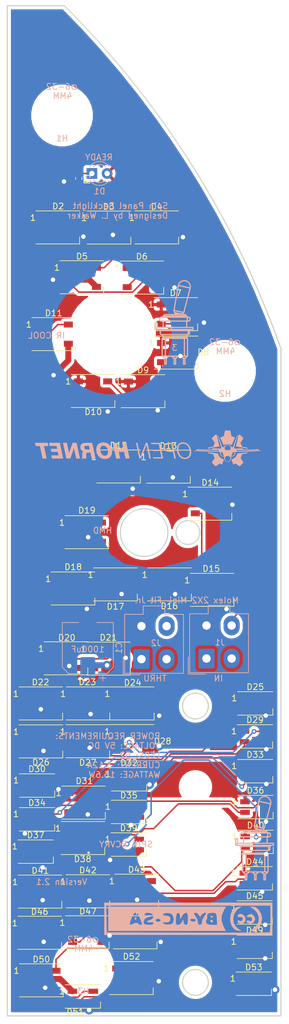
<source format=kicad_pcb>
(kicad_pcb (version 20211014) (generator pcbnew)
  (layers (0 "F.Cu" signal) (31 "B.Cu" signal) (34 "B.Paste" user) (35 "F.Paste" user) (36 "B.SilkS" user "B.Silkscreen") (37 "F.SilkS" user "F.Silkscreen") (38 "B.Mask" user) (39 "F.Mask" user) (44 "Edge.Cuts" user))
  (net 0 "")
  (net 1 "/LEDGND")
  (net 2 "/LED+5V")
  (net 3 "Net-(D1-Pad1)")
  (net 4 "Net-(D2-Pad2)")
  (net 5 "/DATAIN")
  (net 6 "Net-(D3-Pad2)")
  (net 7 "Net-(D4-Pad2)")
  (net 8 "Net-(D5-Pad2)")
  (net 9 "Net-(D6-Pad2)")
  (net 10 "Net-(D7-Pad2)")
  (net 11 "Net-(D8-Pad2)")
  (net 12 "Net-(D10-Pad4)")
  (net 13 "Net-(D10-Pad2)")
  (net 14 "Net-(D11-Pad2)")
  (net 15 "Net-(D12-Pad2)")
  (net 16 "Net-(D14-Pad2)")
  (net 17 "Net-(D15-Pad2)")
  (net 18 "Net-(D16-Pad2)")
  (net 19 "Net-(D17-Pad2)")
  (net 20 "Net-(D18-Pad2)")
  (net 21 "Net-(D19-Pad2)")
  (net 22 "Net-(D20-Pad2)")
  (net 23 "Net-(D21-Pad2)")
  (net 24 "Net-(D22-Pad2)")
  (net 25 "Net-(D23-Pad2)")
  (net 26 "Net-(D24-Pad2)")
  (net 27 "Net-(D26-Pad2)")
  (net 28 "Net-(D27-Pad2)")
  (net 29 "Net-(D28-Pad2)")
  (net 30 "Net-(D29-Pad2)")
  (net 31 "Net-(D30-Pad2)")
  (net 32 "Net-(D31-Pad2)")
  (net 33 "Net-(D32-Pad2)")
  (net 34 "Net-(D33-Pad2)")
  (net 35 "Net-(D34-Pad2)")
  (net 36 "Net-(D35-Pad2)")
  (net 37 "Net-(D36-Pad2)")
  (net 38 "/DATAOUT")
  (net 39 "Net-(D38-Pad2)")
  (net 40 "Net-(D39-Pad2)")
  (net 41 "Net-(D40-Pad2)")
  (net 42 "Net-(D41-Pad2)")
  (net 43 "Net-(D42-Pad2)")
  (net 44 "Net-(D43-Pad2)")
  (net 45 "Net-(D44-Pad2)")
  (net 46 "Net-(D45-Pad2)")
  (net 47 "Net-(D46-Pad2)")
  (net 48 "Net-(D47-Pad2)")
  (net 49 "Net-(D48-Pad2)")
  (net 50 "Net-(D50-Pad2)")
  (net 51 "Net-(D51-Pad2)")
  (net 52 "Net-(D52-Pad2)")
  (net 53 "Net-(D53-Pad2)")
  (net 54 "Net-(D13-Pad2)")
  (net 55 "Net-(D25-Pad2)")
  (net 56 "Net-(D37-Pad2)")
  (net 57 "Net-(D49-Pad2)")
  (footprint "LED_SMD:LED_WS2812B_PLCC4_5.0x5.0mm_P3.2mm" (layer "F.Cu") (at 239.051 30.4798)
    (fp_text reference "D2")
    (fp_text value "WS2812B")
  )
  (footprint "LED_SMD:LED_WS2812B_PLCC4_5.0x5.0mm_P3.2mm" (layer "F.Cu") (at 247.611 30.5056)
    (fp_text reference "D3")
    (fp_text value "WS2812B")
  )
  (footprint "LED_SMD:LED_WS2812B_PLCC4_5.0x5.0mm_P3.2mm" (layer "F.Cu") (at 255.589 30.4802)
    (fp_text reference "D4")
    (fp_text value "WS2812B")
  )
  (footprint "LED_SMD:LED_WS2812B_PLCC4_5.0x5.0mm_P3.2mm" (layer "F.Cu") (at 243.066 38.7856)
    (fp_text reference "D5")
    (fp_text value "WS2812B")
  )
  (footprint "LED_SMD:LED_WS2812B_PLCC4_5.0x5.0mm_P3.2mm" (layer "F.Cu") (at 253.099 38.8368)
    (fp_text reference "D6")
    (fp_text value "WS2812B")
  )
  (footprint "LED_SMD:LED_WS2812B_PLCC4_5.0x5.0mm_P3.2mm" (layer "F.Cu") (at 258.775 44.9326)
    (fp_text reference "D7")
    (fp_text value "WS2812B")
  )
  (footprint "LED_SMD:LED_WS2812B_PLCC4_5.0x5.0mm_P3.2mm" (layer "F.Cu") (at 258.838 51.3336)
    (fp_text reference "D8")
    (fp_text value "WS2812B")
  )
  (footprint "LED_SMD:LED_WS2812B_PLCC4_5.0x5.0mm_P3.2mm" (layer "F.Cu") (at 253.303 57.7598)
    (fp_text reference "D9")
    (fp_text value "WS2812B")
  )
  (footprint "LED_SMD:LED_WS2812B_PLCC4_5.0x5.0mm_P3.2mm" (layer "F.Cu") (at 244.944 57.734)
    (fp_text reference "D10")
    (fp_text value "WS2812B")
  )
  (footprint "LED_SMD:LED_WS2812B_PLCC4_5.0x5.0mm_P3.2mm" (layer "F.Cu") (at 238.367 48.2598)
    (fp_text reference "D11")
    (fp_text value "WS2812B")
  )
  (footprint "LED_SMD:LED_WS2812B_PLCC4_5.0x5.0mm_P3.2mm" (layer "F.Cu") (at 249.213 70.307)
    (fp_text reference "D12")
    (fp_text value "WS2812B")
  )
  (footprint "LED_SMD:LED_WS2812B_PLCC4_5.0x5.0mm_P3.2mm" (layer "F.Cu") (at 257.544 70.3324)
    (fp_text reference "D13")
    (fp_text value "WS2812B")
  )
  (footprint "LED_SMD:LED_WS2812B_PLCC4_5.0x5.0mm_P3.2mm" (layer "F.Cu") (at 264.479 76.5046)
    (fp_text reference "D14")
    (fp_text value "WS2812B")
  )
  (footprint "LED_SMD:LED_WS2812B_PLCC4_5.0x5.0mm_P3.2mm" (layer "F.Cu") (at 264.834 90.8556)
    (fp_text reference "D15")
    (fp_text value "WS2812B")
  )
  (footprint "LED_SMD:LED_WS2812B_PLCC4_5.0x5.0mm_P3.2mm" (layer "F.Cu") (at 257.73 89.95)
    (fp_text reference "D16")
    (fp_text value "WS2812B")
  )
  (footprint "LED_SMD:LED_WS2812B_PLCC4_5.0x5.0mm_P3.2mm" (layer "F.Cu") (at 248.69 89.95)
    (fp_text reference "D17")
    (fp_text value "WS2812B")
  )
  (footprint "LED_SMD:LED_WS2812B_PLCC4_5.0x5.0mm_P3.2mm" (layer "F.Cu") (at 241.593 90.627)
    (fp_text reference "D18")
    (fp_text value "WS2812B")
  )
  (footprint "LED_SMD:LED_WS2812B_PLCC4_5.0x5.0mm_P3.2mm" (layer "F.Cu") (at 243.902 81.2544)
    (fp_text reference "D19")
    (fp_text value "WS2812B")
  )
  (footprint "LED_SMD:LED_WS2812B_PLCC4_5.0x5.0mm_P3.2mm" (layer "F.Cu") (at 240.425 102.26)
    (fp_text reference "D20")
    (fp_text value "WS2812B")
  )
  (footprint "LED_SMD:LED_WS2812B_PLCC4_5.0x5.0mm_P3.2mm" (layer "F.Cu") (at 247.511 102.311)
    (fp_text reference "D21")
    (fp_text value "WS2812B")
  )
  (footprint "LED_SMD:LED_WS2812B_PLCC4_5.0x5.0mm_P3.2mm" (layer "F.Cu") (at 236.208 109.779)
    (fp_text reference "D22")
    (fp_text value "WS2812B")
  )
  (footprint "LED_SMD:LED_WS2812B_PLCC4_5.0x5.0mm_P3.2mm" (layer "F.Cu") (at 244.094 109.779)
    (fp_text reference "D23")
    (fp_text value "WS2812B")
  )
  (footprint "LED_SMD:LED_WS2812B_PLCC4_5.0x5.0mm_P3.2mm" (layer "F.Cu") (at 251.499 109.779)
    (fp_text reference "D24")
    (fp_text value "WS2812B")
  )
  (footprint "OH_Backlighting:LED_WS2812B_MINI_PLCC4_3.5x3.5mm_P1.75mm" (layer "F.Cu") (at 272.05 109.775)
    (fp_text reference "D25")
    (fp_text value "WS2812B")
  )
  (footprint "LED_SMD:LED_WS2812B_PLCC4_5.0x5.0mm_P3.2mm" (layer "F.Cu") (at 236.234 116.103)
    (fp_text reference "D26")
    (fp_text value "WS2812B")
  )
  (footprint "LED_SMD:LED_WS2812B_PLCC4_5.0x5.0mm_P3.2mm" (layer "F.Cu") (at 244.057 116.078)
    (fp_text reference "D27")
    (fp_text value "WS2812B")
  )
  (footprint "LED_SMD:LED_WS2812B_PLCC4_5.0x5.0mm_P3.2mm" (layer "F.Cu") (at 251.474 116.053)
    (fp_text reference "D28")
    (fp_text value "WS2812B")
  )
  (footprint "OH_Backlighting:LED_WS2812B_MINI_PLCC4_3.5x3.5mm_P1.75mm" (layer "F.Cu") (at 272.006 115.277)
    (fp_text reference "D29")
    (fp_text value "WS2812B")
  )
  (footprint "OH_Backlighting:LED_WS2812B_MINI_PLCC4_3.5x3.5mm_P1.75mm" (layer "F.Cu") (at 235.588 123.455)
    (fp_text reference "D30")
    (fp_text value "WS2812B")
  )
  (footprint "LED_SMD:LED_WS2812B_PLCC4_5.0x5.0mm_P3.2mm" (layer "F.Cu") (at 243.35 126.3)
    (fp_text reference "D31")
    (fp_text value "WS2812B")
  )
  (footprint "OH_Backlighting:LED_WS2812B_MINI_PLCC4_3.5x3.5mm_P1.75mm" (layer "F.Cu") (at 250.955 122.414)
    (fp_text reference "D32")
    (fp_text value "WS2812B")
  )
  (footprint "OH_Backlighting:LED_WS2812B_MINI_PLCC4_3.5x3.5mm_P1.75mm" (layer "F.Cu") (at 272.037 121.068)
    (fp_text reference "D33")
    (fp_text value "WS2812B")
  )
  (footprint "OH_Backlighting:LED_WS2812B_MINI_PLCC4_3.5x3.5mm_P1.75mm" (layer "F.Cu") (at 235.573 129.083)
    (fp_text reference "D34")
    (fp_text value "WS2812B")
  )
  (footprint "OH_Backlighting:LED_WS2812B_MINI_PLCC4_3.5x3.5mm_P1.75mm" (layer "F.Cu") (at 250.929 127.85)
    (fp_text reference "D35")
    (fp_text value "WS2812B")
  )
  (footprint "OH_Backlighting:LED_WS2812B_MINI_PLCC4_3.5x3.5mm_P1.75mm" (layer "F.Cu") (at 272.087 127.037)
    (fp_text reference "D36")
    (fp_text value "WS2812B")
  )
  (footprint "OH_Backlighting:LED_WS2812B_MINI_PLCC4_3.5x3.5mm_P1.75mm" (layer "F.Cu") (at 235.368 134.467)
    (fp_text reference "D37")
    (fp_text value "WS2812B")
  )
  (footprint "Resistor_SMD:R_0603_1608Metric" (layer "F.Cu") (at 242.545 22.3266 -90)
    (fp_text reference "R1")
    (fp_text value "R")
  )
  (footprint "LED_SMD:LED_WS2812B_PLCC4_5.0x5.0mm_P3.2mm" (layer "F.Cu") (at 243.25 132.2)
    (fp_text reference "D38")
    (fp_text value "WS2812B")
  )
  (footprint "OH_Backlighting:LED_WS2812B_MINI_PLCC4_3.5x3.5mm_P1.75mm" (layer "F.Cu") (at 250.904 133.285)
    (fp_text reference "D39")
    (fp_text value "WS2812B")
  )
  (footprint "OH_Backlighting:LED_WS2812B_MINI_PLCC4_3.5x3.5mm_P1.75mm" (layer "F.Cu") (at 272.11 132.842)
    (fp_text reference "D40")
    (fp_text value "WS2812B")
  )
  (footprint "LED_SMD:LED_WS2812B_PLCC4_5.0x5.0mm_P3.2mm" (layer "F.Cu") (at 236.081 141.122)
    (fp_text reference "D41")
    (fp_text value "WS2812B")
  )
  (footprint "LED_SMD:LED_WS2812B_PLCC4_5.0x5.0mm_P3.2mm" (layer "F.Cu") (at 244.08 141.071)
    (fp_text reference "D42")
    (fp_text value "WS2812B")
  )
  (footprint "LED_SMD:LED_WS2812B_PLCC4_5.0x5.0mm_P3.2mm" (layer "F.Cu") (at 252.247 140.97)
    (fp_text reference "D43")
    (fp_text value "WS2812B")
  )
  (footprint "OH_Backlighting:LED_WS2812B_MINI_PLCC4_3.5x3.5mm_P1.75mm" (layer "F.Cu") (at 271.972 138.912)
    (fp_text reference "D44")
    (fp_text value "WS2812B")
  )
  (footprint "OH_Backlighting:LED_WS2812B_MINI_PLCC4_3.5x3.5mm_P1.75mm" (layer "F.Cu") (at 271.958 144.602)
    (fp_text reference "D45")
    (fp_text value "WS2812B")
  )
  (footprint "LED_SMD:LED_WS2812B_PLCC4_5.0x5.0mm_P3.2mm" (layer "F.Cu") (at 236.028 147.981)
    (fp_text reference "D46")
    (fp_text value "WS2812B")
  )
  (footprint "LED_SMD:LED_WS2812B_PLCC4_5.0x5.0mm_P3.2mm" (layer "F.Cu") (at 243.981 147.904)
    (fp_text reference "D47")
    (fp_text value "WS2812B")
  )
  (footprint "LED_SMD:LED_WS2812B_PLCC4_5.0x5.0mm_P3.2mm" (layer "F.Cu") (at 251.982 147.904)
    (fp_text reference "D48")
    (fp_text value "WS2812B")
  )
  (footprint "OH_Backlighting:LED_WS2812B_MINI_PLCC4_3.5x3.5mm_P1.75mm" (layer "F.Cu") (at 271.946 150.317)
    (fp_text reference "D49")
    (fp_text value "WS2812B")
  )
  (footprint "LED_SMD:LED_WS2812B_PLCC4_5.0x5.0mm_P3.2mm" (layer "F.Cu") (at 236.308 155.905)
    (fp_text reference "D50")
    (fp_text value "WS2812B")
  )
  (footprint "OH_Backlighting:LED_WS2812B_MINI_PLCC4_3.5x3.5mm_P1.75mm" (layer "F.Cu") (at 243.244 158.597)
    (fp_text reference "D51")
    (fp_text value "WS2812B")
  )
  (footprint "LED_SMD:LED_WS2812B_PLCC4_5.0x5.0mm_P3.2mm" (layer "F.Cu") (at 251.347 155.524)
    (fp_text reference "D52")
    (fp_text value "WS2812B")
  )
  (footprint "OH_Backlighting:LED_WS2812B_MINI_PLCC4_3.5x3.5mm_P1.75mm" (layer "F.Cu") (at 271.808 156.475)
    (fp_text reference "D53")
    (fp_text value "WS2812B")
  )
  (footprint "Kicad Footprint Files:100SpxToggle" (layer "F.Cu") (at 259.131 47.6504)
    (fp_text reference "G1" hide)
    (fp_text value "LOGO" hide)
  )
  (footprint "OH_Backlighting:100SPX_Toggle_13mm_x_18mm" (layer "F.Cu") (at 262.053623 133.215091 180)
    (fp_text reference "REF**" hide)
    (fp_text value "100SPX_Toggle_13mm_x_18mm" hide)
  )
  (footprint "OH_Backlighting:100SPX_Toggle_13mm_x_18mm" (layer "F.Cu") (at 248.083623 48.284936 180)
    (fp_text reference "REF**" hide)
    (fp_text value "100SPX_Toggle_13mm_x_18mm" hide)
  )
  (footprint "OH_Backlighting:OH_Panel_6-32_PHS" (layer "F.Cu") (at 239.765123 11.835936)
    (fp_text reference "REF**" hide)
    (fp_text value "OH_Panel_Fastner_Keepout" hide)
  )
  (footprint "OH_Backlighting:OH_Panel_6-32_PHS" (layer "F.Cu") (at 267.006623 54.380936)
    (fp_text reference "REF**" hide)
    (fp_text value "OH_Panel_Fastner_Keepout" hide)
  )
  (footprint "OH_Backlighting:OH_Panel_6-32_PHS" (layer "F.Cu") (at 243.321123 153.885436)
    (fp_text reference "REF**" hide)
    (fp_text value "OH_Panel_Fastner_Keepout" hide)
  )
  (footprint "OH_Backlighting:100SP1_Toggle_Silkscreen" (layer "F.Cu") (at 272.575 133.575)
    (fp_text reference "G***" hide)
    (fp_text value "100SP1 Toggle" hide)
  )
  (footprint "Capacitor_SMD:CP_Elec_8x10" (layer "B.Cu") (at 244.069 100.559 90)
    (fp_text reference "C1")
    (fp_text value "C_Polarized")
  )
  (footprint "LED_THT:LED_D3.0mm" (layer "B.Cu") (at 244.754 21.5)
    (fp_text reference "D1")
    (fp_text value "LED")
  )
  (footprint "OH_Backlighting:Molex_Mini-Fit_Jr_5566-04A_2x02_P4.20mm_Vertical" (layer "B.Cu") (at 263.9 102.3)
    (fp_text reference "J1")
    (fp_text value "Conn_01x04_Female")
  )
  (footprint "OH_Backlighting:Molex_Mini-Fit_Jr_5566-04A_2x02_P4.20mm_Vertical" (layer "B.Cu") (at 253.035 102.4)
    (fp_text reference "J2")
    (fp_text value "Conn_01x04_Female")
  )
  (footprint "OH_General:CC-BY-NC-SA-Small" (layer "B.Cu") (at 260.95 145.65 180)
    (fp_text reference "G***" hide)
    (fp_text value "LOGO" hide)
  )
  (footprint "OH_General:OH_LOGO_37.7mm_5.9mm" (layer "B.Cu") (at 254.1 67.3 180)
    (fp_text reference "G***" hide)
    (fp_text value "LOGO" hide)
  )
  (gr_circle (center 253.481123 81.304936) (end 257.449873 81.304936) (layer "Edge.Cuts") (width 0.2) (fill none))
  (gr_arc (start 240.146123 -6.452064) (mid 261.454647 20.089288) (end 276.341123 50.697937) (layer "Edge.Cuts") (width 0.2))
  (gr_line (start 230.621123 -6.452064) (end 230.621123 161.822936) (layer "Edge.Cuts") (width 0.2))
  (gr_circle (center 260.78224 81.304936) (end 262.766615 81.304936) (layer "Edge.Cuts") (width 0.2) (fill none))
  (gr_circle (center 262.053623 156.24019) (end 264.206273 156.24019) (layer "Edge.Cuts") (width 0.2) (fill none))
  (gr_line (start 240.146123 -6.452064) (end 230.621123 -6.452064) (layer "Edge.Cuts") (width 0.2))
  (gr_circle (center 262.053623 110.215391) (end 264.206273 110.215391) (layer "Edge.Cuts") (width 0.2) (fill none))
  (gr_line (start 230.621123 161.822936) (end 276.341123 161.822936) (layer "Edge.Cuts") (width 0.2))
  (gr_line (start 276.341123 161.822936) (end 276.341123 50.697936) (layer "Edge.Cuts") (width 0.2))
  (gr_text "3" (at 258.572 50.5206) (layer "B.SilkS") (effects (font (size 1 1)) (justify mirror)))
  (gr_text "HMD" (at 246.5324 80.9752) (layer "B.SilkS") (effects (font (size 1 1)) (justify mirror)))
  (gr_text "THRU" (at 255.3 105.6) (layer "B.SilkS") (effects (font (size 1 1)) (justify mirror)))
  (gr_text "READY" (at 245.9228 18.8) (layer "B.SilkS") (effects (font (size 1 1)) (justify mirror)))
  (gr_text "Version 2.1" (at 239.675 139.5) (layer "B.SilkS") (effects (font (size 1 1)) (justify mirror)))
  (gr_text "SPIN RCVRY" (at 250.444 133.2484) (layer "B.SilkS") (effects (font (size 1 1)) (justify mirror)))
  (gr_text "POWER REQUIREMENTS:\nVOLTAGE: 5V DC\nLEDS: 52\nCURRENT: 3.12A\nWATTAGE: 15.6W" (at 256.286 118.4402) (layer "B.SilkS") (effects (font (size 1 1)) (justify left mirror)))
  (gr_text "Molex 2X2 Mini-Fit Jr." (at 260.6 92.6) (layer "B.SilkS") (effects (font (size 1 1)) (justify mirror)))
  (gr_text "1000uF" (at 244.0686 100.7618) (layer "B.SilkS") (effects (font (size 1 1)) (justify mirror)))
  (gr_text "IN" (at 265.9 105.6) (layer "B.SilkS") (effects (font (size 1 1)) (justify mirror)))
  (gr_text "Spin Panel Backlight\nDesigned by L. Walker" (at 257.575 27.7) (layer "B.SilkS") (effects (font (size 1 1)) (justify left mirror)))
  (gr_text "IR COOL" (at 237.1852 48.4886) (layer "B.SilkS") (effects (font (size 1 1)) (justify mirror)))
  (segment (start 273.837 129.463) (end 273.837 129.463) (width 1) (layer "F.Cu") (net 1))
  (segment (start 273.9 123.2) (end 273.787 123.087) (width 1) (layer "F.Cu") (net 1))
  (segment (start 273.9 117.4) (end 273.756 117.256) (width 1) (layer "F.Cu") (net 1))
  (segment (start 273.8 111.8) (end 273.8 111.8) (width 1) (layer "F.Cu") (net 1))
  (segment (start 233.55 131.45) (end 233.55 131.45) (width 1) (layer "F.Cu") (net 1))
  (segment (start 244.2 134.631738) (end 244.2 134.631738) (width 1) (layer "F.Cu") (net 1))
  (segment (start 273.2 141.15) (end 273.2 141.15) (width 1) (layer "F.Cu") (net 1))
  (segment (start 273.7 146.65) (end 273.708 146.642) (width 1) (layer "F.Cu") (net 1))
  (segment (start 273.696 152.246) (end 273.696 152.246) (width 1) (layer "F.Cu") (net 1))
  (segment (start 273.86 134.89) (end 273.86 134.99) (width 1) (layer "F.Cu") (net 1))
  (segment (start 254.389 123.289) (end 254.389 123.289) (width 1) (layer "F.Cu") (net 1))
  (segment (start 247.4 61.15) (end 247.394 61.144) (width 1) (layer "F.Cu") (net 1))
  (segment (start 255.75 60.95) (end 255.753 60.947) (width 1) (layer "F.Cu") (net 1))
  (segment (start 247.8 135.85) (end 247.8 135.85) (width 1) (layer "F.Cu") (net 1))
  (segment (start 251.275 130.025) (end 251.15 130.15) (width 1) (layer "F.Cu") (net 1))
  (segment (start 258.55 40.5) (end 258.4868 40.4368) (width 1) (layer "F.Cu") (net 1))
  (segment (start 238.35 55.1) (end 238.35 55.1) (width 1) (layer "F.Cu") (net 1))
  (segment (start 238.25 39.2) (end 238.264401 39.185599) (width 1) (layer "F.Cu") (net 1))
  (segment (start 259.55 51.9) (end 259.6 51.9) (width 1) (layer "F.Cu") (net 1))
  (segment (start 247.7 148.45) (end 247.7 148.45) (width 1) (layer "F.Cu") (net 1))
  (segment (start 236.22 110.744) (end 236.22 110.744) (width 0.75) (layer "F.Cu") (net 1))
  (segment (start 249.72 91.55) (end 249.72 91.55) (width 1) (layer "F.Cu") (net 1))
  (segment (start 258.66 91.57) (end 258.68 91.55) (width 1) (layer "F.Cu") (net 1))
  (segment (start 244.9279 111.5448) (end 245.0937 111.379) (width 1) (layer "F.Cu") (net 1))
  (segment (start 238.658 111.379) (end 238.379 111.379) (width 0.75) (layer "F.Cu") (net 1))
  (segment (start 273.696 151.192) (end 273.696 152.246) (width 1) (layer "F.Cu") (net 1))
  (segment (start 275.1732 157.4649) (end 275.0583 157.35) (width 1) (layer "F.Cu") (net 1))
  (segment (start 245.031738 133.8) (end 244.2 134.631738) (width 1) (layer "F.Cu") (net 1))
  (segment (start 246.53 142.671) (end 245.0797 142.671) (width 1) (layer "F.Cu") (net 1))
  (segment (start 273.837 127.912) (end 273.837 129.463) (width 1) (layer "F.Cu") (net 1))
  (segment (start 244.2861 160.855) (end 244.2861 160.1799) (width 1) (layer "F.Cu") (net 1))
  (segment (start 245.0309 142.6222) (end 245.0797 142.671) (width 1) (layer "F.Cu") (net 1))
  (segment (start 251.15 135.85) (end 247.8 135.85) (width 1) (layer "F.Cu") (net 1))
  (segment (start 240.817 52.633) (end 238.35 55.1) (width 1) (layer "F.Cu") (net 1))
  (segment (start 245.7 133.8) (end 245.031738 133.8) (width 1) (layer "F.Cu") (net 1))
  (segment (start 273.86 133.717) (end 273.86 134.89) (width 1) (layer "F.Cu") (net 1))
  (segment (start 273.722 140.628) (end 273.2 141.15) (width 1) (layer "F.Cu") (net 1))
  (segment (start 273.558 157.35) (end 275.0583 157.35) (width 1) (layer "F.Cu") (net 1))
  (segment (start 236.7044 149.4861) (end 236.7993 149.581) (width 1) (layer "F.Cu") (net 1))
  (segment (start 253.797 157.124) (end 254.8493 157.124) (width 1) (layer "F.Cu") (net 1))
  (segment (start 261.288 52.9336) (end 260.6336 52.9336) (width 1) (layer "F.Cu") (net 1))
  (segment (start 236.308002 129.958) (end 234.816002 131.45) (width 1) (layer "F.Cu") (net 1))
  (segment (start 240.0878 22.8304) (end 242.2613 22.8304) (width 1) (layer "F.Cu") (net 1))
  (segment (start 244.5412 117.1625) (end 245.0567 117.678) (width 1) (layer "F.Cu") (net 1))
  (segment (start 248.2616 31.7168) (end 248.6107 32.0659) (width 1) (layer "F.Cu") (net 1))
  (segment (start 256.0035 111.8143) (end 255.8346 111.8143) (width 1) (layer "F.Cu") (net 1))
  (segment (start 238.684 117.703) (end 237.2337 117.703) (width 1) (layer "F.Cu") (net 1))
  (segment (start 236.855 111.379) (end 236.22 110.744) (width 0.75) (layer "F.Cu") (net 1))
  (segment (start 236.7993 149.581) (end 238.478 149.581) (width 1) (layer "F.Cu") (net 1))
  (segment (start 267.2442 94.0528) (end 267.284 94.013) (width 1) (layer "F.Cu") (net 1))
  (segment (start 237.2125 117.6818) (end 237.2337 117.703) (width 1) (layer "F.Cu") (net 1))
  (segment (start 242.875 103.86) (end 241.4247 103.86) (width 1) (layer "F.Cu") (net 1))
  (segment (start 260.18 91.55) (end 258.66 91.57) (width 1) (layer "F.Cu") (net 1))
  (segment (start 273.708 145.477) (end 273.7 146.65) (width 1) (layer "F.Cu") (net 1))
  (segment (start 246.431 149.504) (end 246.646 149.504) (width 1) (layer "F.Cu") (net 1))
  (segment (start 236.5268 142.5531) (end 236.9118 142.5531) (width 1) (layer "F.Cu") (net 1))
  (segment (start 252.306 142.4771) (end 253.1538 142.4771) (width 1) (layer "F.Cu") (net 1))
  (segment (start 252.679 128.725) (end 252.575 128.725) (width 1) (layer "F.Cu") (net 1))
  (segment (start 251.14 91.55) (end 249.72 91.55) (width 1) (layer "F.Cu") (net 1))
  (segment (start 247.394 59.334) (end 247.4 61.15) (width 1) (layer "F.Cu") (net 1))
  (segment (start 237.3219 157.505) (end 236.9458 157.1289) (width 1) (layer "F.Cu") (net 1))
  (segment (start 253.1538 142.4771) (end 253.2467 142.57) (width 1) (layer "F.Cu") (net 1))
  (segment (start 243.331 32.0172) (end 243.0139 32.0172) (width 1) (layer "F.Cu") (net 1))
  (segment (start 259.994 71.9324) (end 258.5437 71.9324) (width 1) (layer "F.Cu") (net 1))
  (segment (start 273.722 139.787) (end 273.722 140.628) (width 1) (layer "F.Cu") (net 1))
  (segment (start 237.118 136.4941) (end 236.5214 137.0907) (width 1) (layer "F.Cu") (net 1))
  (segment (start 275.3445 157.4649) (end 275.1732 157.4649) (width 1) (layer "F.Cu") (net 1))
  (segment (start 244.1272 82.0828) (end 244.1301 82.0828) (width 1) (layer "F.Cu") (net 1))
  (segment (start 236.9118 142.5531) (end 237.0807 142.722) (width 1) (layer "F.Cu") (net 1))
  (segment (start 241.501 32.0798) (end 242.9513 32.0798) (width 1) (layer "F.Cu") (net 1))
  (segment (start 244.2861 160.1799) (end 244.994 159.472) (width 1) (layer "F.Cu") (net 1))
  (segment (start 256.245 149.5016) (end 255.8847 149.5016) (width 1) (layer "F.Cu") (net 1))
  (segment (start 255.8847 149.5016) (end 255.8823 149.504) (width 1) (layer "F.Cu") (net 1))
  (segment (start 242.2613 22.8304) (end 242.545 23.1141) (width 1) (layer "F.Cu") (net 1))
  (segment (start 252.84 134.16) (end 251.15 135.85) (width 1) (layer "F.Cu") (net 1))
  (segment (start 244.315999 39.185599) (end 239.185599 39.185599) (width 1) (layer "F.Cu") (net 1))
  (segment (start 251.663 71.907) (end 251.663 73.9109) (width 1) (layer "F.Cu") (net 1))
  (segment (start 255.549 40.4368) (end 258.55 40.5) (width 1) (layer "F.Cu") (net 1))
  (segment (start 237.338 124.33) (end 238.8383 124.33) (width 1) (layer "F.Cu") (net 1))
  (segment (start 268.3793 76.8105) (end 268.3793 78.1046) (width 1) (layer "F.Cu") (net 1))
  (segment (start 237.323 129.958) (end 236.308002 129.958) (width 1) (layer "F.Cu") (net 1))
  (segment (start 244.5374 111.5448) (end 244.9279 111.5448) (width 1) (layer "F.Cu") (net 1))
  (segment (start 238.758 157.505) (end 237.3219 157.505) (width 1) (layer "F.Cu") (net 1))
  (segment (start 234.816002 131.45) (end 233.55 131.45) (width 1) (layer "F.Cu") (net 1))
  (segment (start 252.654 134.16) (end 252.84 134.16) (width 1) (layer "F.Cu") (net 1))
  (segment (start 246.646 149.504) (end 247.7 148.45) (width 1) (layer "F.Cu") (net 1))
  (segment (start 254.697 142.57) (end 253.2467 142.57) (width 1) (layer "F.Cu") (net 1))
  (segment (start 250.061 32.1056) (end 248.6107 32.1056) (width 1) (layer "F.Cu") (net 1))
  (segment (start 250.3985 102.1812) (end 250.3985 103.4735) (width 1) (layer "F.Cu") (net 1))
  (segment (start 266.929 78.1046) (end 268.3793 78.1046) (width 1) (layer "F.Cu") (net 1))
  (segment (start 241.0963 103.5316) (end 241.4247 103.86) (width 1) (layer "F.Cu") (net 1))
  (segment (start 258.039 32.0802) (end 259.4893 32.0802) (width 1) (layer "F.Cu") (net 1))
  (segment (start 260.6336 52.9336) (end 259.55 51.9) (width 1) (layer "F.Cu") (net 1))
  (segment (start 267.284 94.013) (end 267.284 92.4556) (width 1) (layer "F.Cu") (net 1))
  (segment (start 243.0139 32.0172) (end 242.9513 32.0798) (width 1) (layer "F.Cu") (net 1))
  (segment (start 243.9145 92.3555) (end 244.043 92.227) (width 1) (layer "F.Cu") (net 1))
  (segment (start 239.1622 124.0711) (end 239.0972 124.0711) (width 1) (layer "F.Cu") (net 1))
  (segment (start 254.8493 157.124) (end 255.9275 156.0458) (width 1) (layer "F.Cu") (net 1))
  (segment (start 254.432 149.504) (end 255.8823 149.504) (width 1) (layer "F.Cu") (net 1))
  (segment (start 259.9618 32.1029) (end 259.512 32.1029) (width 1) (layer "F.Cu") (net 1))
  (segment (start 259.512 32.1029) (end 259.4893 32.0802) (width 1) (layer "F.Cu") (net 1))
  (segment (start 238.531 142.722) (end 237.0807 142.722) (width 1) (layer "F.Cu") (net 1))
  (segment (start 248.6107 32.0659) (end 248.6107 32.1056) (width 1) (layer "F.Cu") (net 1))
  (segment (start 255.753 59.3598) (end 255.75 60.95) (width 1) (layer "F.Cu") (net 1))
  (segment (start 250.3985 103.4735) (end 249.961 103.911) (width 1) (layer "F.Cu") (net 1))
  (segment (start 236.6617 117.6818) (end 237.2125 117.6818) (width 1) (layer "F.Cu") (net 1))
  (segment (start 258.3566 72.1195) (end 258.5437 71.9324) (width 1) (layer "F.Cu") (net 1))
  (segment (start 273.756 116.152) (end 273.9 117.4) (width 1) (layer "F.Cu") (net 1))
  (segment (start 252.705 123.289) (end 254.389 123.289) (width 1) (layer "F.Cu") (net 1))
  (segment (start 244.1301 82.0828) (end 244.9017 82.8544) (width 1) (layer "F.Cu") (net 1))
  (segment (start 245.8 127.9) (end 244.4425 127.9) (width 1) (layer "F.Cu") (net 1))
  (segment (start 243.9145 94.0211) (end 243.9145 92.3555) (width 1) (layer "F.Cu") (net 1))
  (segment (start 239.0972 124.0711) (end 238.8383 124.33) (width 1) (layer "F.Cu") (net 1))
  (segment (start 246.507 117.678) (end 245.0567 117.678) (width 1) (layer "F.Cu") (net 1))
  (segment (start 255.8346 111.8143) (end 255.3993 111.379) (width 1) (layer "F.Cu") (net 1))
  (segment (start 246.352 82.8544) (end 244.9017 82.8544) (width 1) (layer "F.Cu") (net 1))
  (segment (start 253.924 117.653) (end 255.2028 117.653) (width 1) (layer "F.Cu") (net 1))
  (segment (start 244.3762 117.1625) (end 244.5412 117.1625) (width 1) (layer "F.Cu") (net 1))
  (segment (start 238.379 111.379) (end 238.252 111.252) (width 0.75) (layer "F.Cu") (net 1))
  (segment (start 268.2335 76.6647) (end 268.3793 76.8105) (width 1) (layer "F.Cu") (net 1))
  (segment (start 237.118 135.342) (end 237.118 136.4941) (width 1) (layer "F.Cu") (net 1))
  (segment (start 273.8 110.65) (end 273.8 111.8) (width 1) (layer "F.Cu") (net 1))
  (segment (start 273.787 121.943) (end 273.9 123.2) (width 1) (layer "F.Cu") (net 1))
  (segment (start 245.516 40.3856) (end 244.315999 39.185599) (width 1) (layer "F.Cu") (net 1))
  (segment (start 238.658 111.379) (end 236.855 111.379) (width 0.75) (layer "F.Cu") (net 1))
  (segment (start 244.3265 142.6222) (end 245.0309 142.6222) (width 1) (layer "F.Cu") (net 1))
  (segment (start 263.2746 46.5326) (end 263.4682 46.339) (width 1) (layer "F.Cu") (net 1))
  (segment (start 240.817 49.8598) (end 240.817 52.633) (width 1) (layer "F.Cu") (net 1))
  (segment (start 252.575 128.725) (end 251.275 130.025) (width 1) (layer "F.Cu") (net 1))
  (segment (start 244.4425 127.9) (end 244.0675 128.275) (width 1) (layer "F.Cu") (net 1))
  (segment (start 246.544 111.379) (end 245.0937 111.379) (width 1) (layer "F.Cu") (net 1))
  (segment (start 253.949 111.379) (end 255.3993 111.379) (width 1) (layer "F.Cu") (net 1))
  (segment (start 240.9684 103.5316) (end 241.0963 103.5316) (width 1) (layer "F.Cu") (net 1))
  (segment (start 258.276 72.1195) (end 258.3566 72.1195) (width 1) (layer "F.Cu") (net 1))
  (segment (start 255.2028 117.653) (end 255.991 116.8648) (width 1) (layer "F.Cu") (net 1))
  (segment (start 251.663 73.9109) (end 251.5679 74.006) (width 1) (layer "F.Cu") (net 1))
  (segment (start 261.225 46.5326) (end 263.2746 46.5326) (width 1) (layer "F.Cu") (net 1))
  (segment (start 239.185599 39.185599) (end 238.25 39.2) (width 1) (layer "F.Cu") (net 1))
  (via (at 273.9 117.4) (size 1.5) (drill 0.75) (layers "F.Cu" "B.Cu") (net 1))
  (via (at 255.9275 156.0458) (size 1.5) (drill 0.75) (layers "F.Cu" "B.Cu") (net 1))
  (via (at 244.3762 117.1625) (size 1.5) (drill 0.75) (layers "F.Cu" "B.Cu") (net 1))
  (via (at 256.245 149.5016) (size 1.5) (drill 0.75) (layers "F.Cu" "B.Cu") (net 1))
  (via (at 273.8 111.8) (size 1.5) (drill 0.75) (layers "F.Cu" "B.Cu") (net 1))
  (via (at 275.3445 157.4649) (size 1.5) (drill 0.75) (layers "F.Cu" "B.Cu") (net 1))
  (via (at 243.9145 94.0211) (size 1.5) (drill 0.75) (layers "F.Cu" "B.Cu") (net 1))
  (via (at 259.55 51.9) (size 1.5) (drill 0.75) (layers "F.Cu" "B.Cu") (net 1))
  (via (at 249.72 91.55) (size 1.5) (drill 0.75) (layers "F.Cu" "B.Cu") (net 1))
  (via (at 267.2442 94.0528) (size 1.5) (drill 0.75) (layers "F.Cu" "B.Cu") (net 1))
  (via (at 273.2 141.15) (size 1.5) (drill 0.75) (layers "F.Cu" "B.Cu") (net 1))
  (via (at 255.75 60.95) (size 1.5) (drill 0.75) (layers "F.Cu" "B.Cu") (net 1))
  (via (at 254.389 123.289) (size 1.5) (drill 0.75) (layers "F.Cu" "B.Cu") (net 1))
  (via (at 268.2335 76.6647) (size 1.5) (drill 0.75) (layers "F.Cu" "B.Cu") (net 1))
  (via (at 236.7044 149.4861) (size 1.5) (drill 0.75) (layers "F.Cu" "B.Cu") (net 1))
  (via (at 244.2 134.631738) (size 0.8) (drill 0.4) (layers "F.Cu" "B.Cu") (net 1))
  (via (at 247.4 61.15) (size 1.5) (drill 0.75) (layers "F.Cu" "B.Cu") (net 1))
  (via (at 259.9618 32.1029) (size 1.5) (drill 0.75) (layers "F.Cu" "B.Cu") (net 1))
  (via (at 251.275 130.025) (size 1.5) (drill 0.75) (layers "F.Cu" "B.Cu") (net 1))
  (via (at 238.25 39.2) (size 1.5) (drill 0.75) (layers "F.Cu" "B.Cu") (net 1))
  (via (at 258.276 72.1195) (size 1.5) (drill 0.75) (layers "F.Cu" "B.Cu") (net 1))
  (via (at 243.331 32.0172) (size 1.5) (drill 0.75) (layers "F.Cu" "B.Cu") (net 1))
  (via (at 238.35 55.1) (size 1.5) (drill 0.75) (layers "F.Cu" "B.Cu") (net 1))
  (via (at 251.5679 74.006) (size 1.5) (drill 0.75) (layers "F.Cu" "B.Cu") (net 1))
  (via (at 273.696 152.246) (size 1.5) (drill 0.75) (layers "F.Cu" "B.Cu") (net 1))
  (via (at 244.0675 128.275) (size 1.5) (drill 0.75) (layers "F.Cu" "B.Cu") (net 1))
  (via (at 240.0878 22.8304) (size 1.5) (drill 0.75) (layers "F.Cu" "B.Cu") (net 1))
  (via (at 258.55 40.5) (size 1.5) (drill 0.75) (layers "F.Cu" "B.Cu") (net 1))
  (via (at 239.1622 124.0711) (size 1.5) (drill 0.75) (layers "F.Cu" "B.Cu") (net 1))
  (via (at 236.6617 117.6818) (size 1.5) (drill 0.75) (layers "F.Cu" "B.Cu") (net 1))
  (via (at 252.306 142.4771) (size 1.5) (drill 0.75) (layers "F.Cu" "B.Cu") (net 1))
  (via (at 273.86 134.89) (size 1.5) (drill 0.75) (layers "F.Cu" "B.Cu") (net 1))
  (via (at 236.9458 157.1289) (size 1.5) (drill 0.75) (layers "F.Cu" "B.Cu") (net 1))
  (via (at 244.2861 160.855) (size 1.5) (drill 0.75) (layers "F.Cu" "B.Cu") (net 1))
  (via (at 250.3985 102.1812) (size 1.5) (drill 0.75) (layers "F.Cu" "B.Cu") (net 1))
  (via (at 244.1272 82.0828) (size 1.5) (drill 0.75) (layers "F.Cu" "B.Cu") (net 1))
  (via (at 236.5268 142.5531) (size 1.5) (drill 0.75) (layers "F.Cu" "B.Cu") (net 1))
  (via (at 273.9 123.2) (size 1.5) (drill 0.75) (layers "F.Cu" "B.Cu") (net 1))
  (via (at 263.4682 46.339) (size 1.5) (drill 0.75) (layers "F.Cu" "B.Cu") (net 1))
  (via (at 244.3265 142.6222) (size 1.5) (drill 0.75) (layers "F.Cu" "B.Cu") (net 1))
  (via (at 244.5374 111.5448) (size 1.5) (drill 0.75) (layers "F.Cu" "B.Cu") (net 1))
  (via (at 248.2616 31.7168) (size 1.5) (drill 0.75) (layers "F.Cu" "B.Cu") (net 1))
  (via (at 273.7 146.65) (size 1.5) (drill 0.75) (layers "F.Cu" "B.Cu") (net 1))
  (via (at 240.9684 103.5316) (size 1.5) (drill 0.75) (layers "F.Cu" "B.Cu") (net 1))
  (via (at 255.991 116.8648) (size 1.5) (drill 0.75) (layers "F.Cu" "B.Cu") (net 1))
  (via (at 256.0035 111.8143) (size 1.5) (drill 0.75) (layers "F.Cu" "B.Cu") (net 1))
  (via (at 247.7 148.45) (size 1.5) (drill 0.75) (layers "F.Cu" "B.Cu") (net 1))
  (via (at 273.837 129.463) (size 1.5) (drill 0.75) (layers "F.Cu" "B.Cu") (net 1))
  (via (at 236.22 110.744) (size 1.5) (drill 0.75) (layers "F.Cu" "B.Cu") (net 1))
  (via (at 236.5214 137.0907) (size 1.5) (drill 0.75) (layers "F.Cu" "B.Cu") (net 1))
  (via (at 247.8 135.85) (size 1.5) (drill 0.75) (layers "F.Cu" "B.Cu") (net 1))
  (via (at 258.66 91.57) (size 1.5) (drill 0.75) (layers "F.Cu" "B.Cu") (net 1))
  (via (at 233.55 131.45) (size 1.5) (drill 0.75) (layers "F.Cu" "B.Cu") (net 1))
  (segment (start 249.453 126.975) (end 251.46 124.968) (width 1) (layer "F.Cu") (net 2))
  (segment (start 253.139 28.8802) (end 253.0698 28.8802) (width 1) (layer "F.Cu") (net 2))
  (segment (start 233.618 133.592) (end 234.378038 133.592) (width 0.75) (layer "F.Cu") (net 2))
  (segment (start 238.653112 136.54999) (end 235.681102 139.522) (width 0.25) (layer "F.Cu") (net 2))
  (segment (start 243.448488 136.54999) (end 238.653112 136.54999) (width 0.25) (layer "F.Cu") (net 2))
  (segment (start 241.494 157.722) (end 239.450899 155.678899) (width 1) (layer "F.Cu") (net 2))
  (segment (start 245.373477 134.625001) (end 243.448488 136.54999) (width 0.25) (layer "F.Cu") (net 2))
  (segment (start 240.36699 131.03301) (end 240.8 130.6) (width 0.75) (layer "F.Cu") (net 2))
  (segment (start 252.11611 152.23389) (end 266.69189 152.23389) (width 1) (layer "F.Cu") (net 2))
  (segment (start 235.231899 155.678899) (end 233.858 154.305) (width 1) (layer "F.Cu") (net 2))
  (segment (start 239.450899 155.678899) (end 235.231899 155.678899) (width 1) (layer "F.Cu") (net 2))
  (segment (start 266.69189 152.23389) (end 270.058 155.6) (width 1) (layer "F.Cu") (net 2))
  (segment (start 250.426 153.924) (end 252.11611 152.23389) (width 1) (layer "F.Cu") (net 2))
  (segment (start 236.937028 131.03301) (end 240.36699 131.03301) (width 0.75) (layer "F.Cu") (net 2))
  (segment (start 249.154 132.41) (end 246.938999 134.625001) (width 0.25) (layer "F.Cu") (net 2))
  (segment (start 249.179 126.975) (end 249.453 126.975) (width 1) (layer "F.Cu") (net 2))
  (segment (start 235.681102 139.522) (end 233.631 139.522) (width 0.25) (layer "F.Cu") (net 2))
  (segment (start 234.378038 133.592) (end 236.937028 131.03301) (width 0.75) (layer "F.Cu") (net 2))
  (segment (start 248.897 153.924) (end 250.426 153.924) (width 1) (layer "F.Cu") (net 2))
  (segment (start 246.938999 134.625001) (end 245.373477 134.625001) (width 0.25) (layer "F.Cu") (net 2))
  (via (at 247.286 103.4228) (size 1.5) (drill 0.75) (layers "F.Cu" "B.Cu") (net 2))
  (segment (start 244.4552 103.4228) (end 244.069 103.809) (width 1) (layer "B.Cu") (net 2))
  (segment (start 247.286 103.4228) (end 244.4552 103.4228) (width 1) (layer "B.Cu") (net 2))
  (segment (start 242.5841 21.5) (end 242.545 21.5391) (width 0.25) (layer "F.Cu") (net 3))
  (segment (start 244.754 21.5) (end 242.5841 21.5) (width 0.25) (layer "F.Cu") (net 3))
  (segment (start 245.907801 30.942199) (end 237.738601 30.942199) (width 0.25) (layer "F.Cu") (net 4))
  (segment (start 250.061 28.9056) (end 247.9444 28.9056) (width 0.25) (layer "F.Cu") (net 4))
  (segment (start 237.738601 30.942199) (end 236.601 32.0798) (width 0.25) (layer "F.Cu") (net 4))
  (segment (start 247.9444 28.9056) (end 245.907801 30.942199) (width 0.25) (layer "F.Cu") (net 4))
  (segment (start 273.954801 89.945199) (end 273.954801 50.454801) (width 0.25) (layer "F.Cu") (net 5))
  (segment (start 241.501 28.8798) (end 242.4202 28.8798) (width 0.25) (layer "F.Cu") (net 5))
  (segment (start 268.1 95.8) (end 273.954801 89.945199) (width 0.25) (layer "F.Cu") (net 5))
  (segment (start 267 43.5) (end 267 35.85) (width 0.25) (layer "F.Cu") (net 5))
  (segment (start 268.1 96.8) (end 268.1 95.8) (width 0.25) (layer "F.Cu") (net 5))
  (segment (start 267 35.85) (end 260.7 29.55) (width 0.25) (layer "F.Cu") (net 5))
  (segment (start 242.4202 28.8798) (end 244.7 26.6) (width 0.25) (layer "F.Cu") (net 5))
  (segment (start 273.954801 50.454801) (end 267 43.5) (width 0.25) (layer "F.Cu") (net 5))
  (segment (start 259.35 26.6) (end 244.7 26.6) (width 0.25) (layer "F.Cu") (net 5))
  (segment (start 260.7 29.55) (end 260.7 27.95) (width 0.25) (layer "F.Cu") (net 5))
  (segment (start 260.7 27.95) (end 259.35 26.6) (width 0.25) (layer "F.Cu") (net 5))
  (segment (start 248.656797 29.730601) (end 257.188599 29.730601) (width 0.25) (layer "F.Cu") (net 6))
  (segment (start 245.161 32.1056) (end 246.281798 32.1056) (width 0.25) (layer "F.Cu") (net 6))
  (segment (start 246.281798 32.1056) (end 248.656797 29.730601) (width 0.25) (layer "F.Cu") (net 6))
  (segment (start 257.188599 29.730601) (end 258.039 28.8802) (width 0.25) (layer "F.Cu") (net 6))
  (segment (start 251.921402 32.0802) (end 253.139 32.0802) (width 0.25) (layer "F.Cu") (net 7))
  (segment (start 245.516 37.1856) (end 246.816002 37.1856) (width 0.25) (layer "F.Cu") (net 7))
  (segment (start 246.816002 37.1856) (end 251.921402 32.0802) (width 0.25) (layer "F.Cu") (net 7))
  (segment (start 255.549 37.2368) (end 255.549 37.274) (width 0.25) (layer "F.Cu") (net 8))
  (segment (start 241.6913 40.3856) (end 240.616 40.3856) (width 0.25) (layer "F.Cu") (net 8))
  (segment (start 255.549 37.274) (end 251.5608 41.2622) (width 0.25) (layer "F.Cu") (net 8))
  (segment (start 251.5608 41.2622) (end 242.5679 41.2622) (width 0.25) (layer "F.Cu") (net 8))
  (segment (start 242.5679 41.2622) (end 241.6913 40.3856) (width 0.25) (layer "F.Cu") (net 8))
  (segment (start 250.649 40.3962) (end 250.649 40.4368) (width 0.25) (layer "F.Cu") (net 9))
  (segment (start 261.225 43.3326) (end 261.225 41.1963) (width 0.25) (layer "F.Cu") (net 9))
  (segment (start 254.6338 36.4114) (end 250.649 40.3962) (width 0.25) (layer "F.Cu") (net 9))
  (segment (start 256.4401 36.4114) (end 254.6338 36.4114) (width 0.25) (layer "F.Cu") (net 9))
  (segment (start 261.225 41.1963) (end 256.4401 36.4114) (width 0.25) (layer "F.Cu") (net 9))
  (segment (start 258.087 46.5326) (end 261.288 49.7336) (width 0.25) (layer "F.Cu") (net 10))
  (segment (start 256.325 46.5326) (end 258.087 46.5326) (width 0.25) (layer "F.Cu") (net 10))
  (segment (start 256.388 52.9336) (end 256.388 55.5248) (width 0.25) (layer "F.Cu") (net 11))
  (segment (start 256.388 55.5248) (end 255.753 56.1598) (width 0.25) (layer "F.Cu") (net 11))
  (segment (start 247.6272 56.134) (end 250.853 59.3598) (width 0.25) (layer "F.Cu") (net 12))
  (segment (start 247.394 56.134) (end 247.6272 56.134) (width 0.25) (layer "F.Cu") (net 12))
  (segment (start 236.992001 56.464589) (end 236.992001 48.742001) (width 0.25) (layer "F.Cu") (net 13))
  (segment (start 239.861412 59.334) (end 236.992001 56.464589) (width 0.25) (layer "F.Cu") (net 13))
  (segment (start 242.494 59.334) (end 239.861412 59.334) (width 0.25) (layer "F.Cu") (net 13))
  (segment (start 236.992001 48.742001) (end 239.074202 46.6598) (width 0.25) (layer "F.Cu") (net 13))
  (segment (start 239.074202 46.6598) (end 240.817 46.6598) (width 0.25) (layer "F.Cu") (net 13))
  (segment (start 248.843 68.707) (end 251.663 68.707) (width 0.25) (layer "F.Cu") (net 14))
  (segment (start 235.917 56.025998) (end 248.598002 68.707) (width 0.25) (layer "F.Cu") (net 14))
  (segment (start 235.917 49.8598) (end 235.917 56.025998) (width 0.25) (layer "F.Cu") (net 14))
  (segment (start 248.598002 68.707) (end 248.843 68.707) (width 0.25) (layer "F.Cu") (net 14))
  (segment (start 250.1876 69.5577) (end 258.0934 69.5577) (width 0.25) (layer "F.Cu") (net 15))
  (segment (start 258.0934 69.5577) (end 258.9187 68.7324) (width 0.25) (layer "F.Cu") (net 15))
  (segment (start 247.8383 71.907) (end 250.1876 69.5577) (width 0.25) (layer "F.Cu") (net 15))
  (segment (start 246.763 71.907) (end 247.8383 71.907) (width 0.25) (layer "F.Cu") (net 15))
  (segment (start 259.994 68.7324) (end 258.9187 68.7324) (width 0.25) (layer "F.Cu") (net 15))
  (segment (start 263.1043 78.1046) (end 263.1043 86.1512) (width 0.25) (layer "F.Cu") (net 16))
  (segment (start 262.029 78.1046) (end 263.1043 78.1046) (width 0.25) (layer "F.Cu") (net 16))
  (segment (start 267.284 89.2556) (end 266.2087 89.2556) (width 0.25) (layer "F.Cu") (net 16))
  (segment (start 263.1043 86.1512) (end 266.2087 89.2556) (width 0.25) (layer "F.Cu") (net 16))
  (segment (start 260.18 89.1) (end 262.384 91.304) (width 0.25) (layer "F.Cu") (net 17))
  (segment (start 260.18 88.35) (end 260.18 89.1) (width 0.25) (layer "F.Cu") (net 17))
  (segment (start 262.384 91.304) (end 262.384 92.4556) (width 0.25) (layer "F.Cu") (net 17))
  (segment (start 252.08 88.35) (end 255.28 91.55) (width 0.25) (layer "F.Cu") (net 18))
  (segment (start 251.14 88.35) (end 252.08 88.35) (width 0.25) (layer "F.Cu") (net 18))
  (segment (start 244.043 89.027) (end 244.043 89.353) (width 0.25) (layer "F.Cu") (net 19))
  (segment (start 244.043 89.353) (end 246.24 91.55) (width 0.25) (layer "F.Cu") (net 19))
  (segment (start 240.2183 82.348) (end 242.0866 80.4797) (width 0.25) (layer "F.Cu") (net 20))
  (segment (start 246.352 79.6544) (end 245.2767 79.6544) (width 0.25) (layer "F.Cu") (net 20))
  (segment (start 242.0866 80.4797) (end 244.4514 80.4797) (width 0.25) (layer "F.Cu") (net 20))
  (segment (start 239.143 91.3936) (end 240.2183 90.3183) (width 0.25) (layer "F.Cu") (net 20))
  (segment (start 240.2183 90.3183) (end 240.2183 82.348) (width 0.25) (layer "F.Cu") (net 20))
  (segment (start 244.4514 80.4797) (end 245.2767 79.6544) (width 0.25) (layer "F.Cu") (net 20))
  (segment (start 239.143 92.227) (end 239.143 91.3936) (width 0.25) (layer "F.Cu") (net 20))
  (segment (start 241.452 99.237) (end 242.875 100.66) (width 0.25) (layer "F.Cu") (net 21))
  (segment (start 241.452 82.8544) (end 241.452 99.237) (width 0.25) (layer "F.Cu") (net 21))
  (segment (start 248.961 100.711) (end 247.324201 102.347799) (width 0.25) (layer "F.Cu") (net 22))
  (segment (start 247.324201 102.347799) (end 240.562501 102.347799) (width 0.25) (layer "F.Cu") (net 22))
  (segment (start 239.0503 103.86) (end 237.975 103.86) (width 0.25) (layer "F.Cu") (net 22))
  (segment (start 240.562501 102.347799) (end 239.0503 103.86) (width 0.25) (layer "F.Cu") (net 22))
  (segment (start 249.961 100.711) (end 248.961 100.711) (width 0.25) (layer "F.Cu") (net 22))
  (segment (start 241.618001 107.353999) (end 245.061 103.911) (width 0.25) (layer "F.Cu") (net 23))
  (segment (start 238.658 108.179) (end 239.483001 107.353999) (width 0.25) (layer "F.Cu") (net 23))
  (segment (start 239.483001 107.353999) (end 241.618001 107.353999) (width 0.25) (layer "F.Cu") (net 23))
  (segment (start 242.654001 112.204001) (end 234.583001 112.204001) (width 0.25) (layer "F.Cu") (net 24))
  (segment (start 234.583001 112.204001) (end 233.758 111.379) (width 0.25) (layer "F.Cu") (net 24))
  (segment (start 246.544 108.179) (end 245.544 108.179) (width 0.25) (layer "F.Cu") (net 24))
  (segment (start 242.719001 111.003999) (end 242.719001 112.139001) (width 0.25) (layer "F.Cu") (net 24))
  (segment (start 245.544 108.179) (end 242.719001 111.003999) (width 0.25) (layer "F.Cu") (net 24))
  (segment (start 242.719001 112.139001) (end 242.654001 112.204001) (width 0.25) (layer "F.Cu") (net 24))
  (segment (start 245.096001 107.353999) (end 247.554001 107.353999) (width 0.25) (layer "F.Cu") (net 25))
  (segment (start 241.644 111.379) (end 241.644 110.806) (width 0.25) (layer "F.Cu") (net 25))
  (segment (start 253.123999 109.004001) (end 253.949 108.179) (width 0.25) (layer "F.Cu") (net 25))
  (segment (start 247.973999 108.939001) (end 248.038999 109.004001) (width 0.25) (layer "F.Cu") (net 25))
  (segment (start 247.554001 107.353999) (end 247.973999 107.773997) (width 0.25) (layer "F.Cu") (net 25))
  (segment (start 247.973999 107.773997) (end 247.973999 108.939001) (width 0.25) (layer "F.Cu") (net 25))
  (segment (start 241.644 110.806) (end 245.096001 107.353999) (width 0.25) (layer "F.Cu") (net 25))
  (segment (start 248.038999 109.004001) (end 253.123999 109.004001) (width 0.25) (layer "F.Cu") (net 25))
  (segment (start 257.8 115.95) (end 263.7 115.95) (width 0.25) (layer "F.Cu") (net 26))
  (segment (start 254.054001 112.204001) (end 257.8 115.95) (width 0.25) (layer "F.Cu") (net 26))
  (segment (start 268.950001 109.899999) (end 271.950001 109.899999) (width 0.25) (layer "F.Cu") (net 26))
  (segment (start 268.950001 110.699999) (end 268.950001 109.899999) (width 0.25) (layer "F.Cu") (net 26))
  (segment (start 249.049 111.379) (end 249.874001 112.204001) (width 0.25) (layer "F.Cu") (net 26))
  (segment (start 272.95 108.9) (end 273.8 108.9) (width 0.25) (layer "F.Cu") (net 26))
  (segment (start 249.874001 112.204001) (end 254.054001 112.204001) (width 0.25) (layer "F.Cu") (net 26))
  (segment (start 263.7 115.95) (end 268.950001 110.699999) (width 0.25) (layer "F.Cu") (net 26))
  (segment (start 271.950001 109.899999) (end 272.95 108.9) (width 0.25) (layer "F.Cu") (net 26))
  (segment (start 234.837801 118.756801) (end 239.465201 118.756801) (width 0.25) (layer "F.Cu") (net 27))
  (segment (start 242.146997 115.303001) (end 245.681999 115.303001) (width 0.25) (layer "F.Cu") (net 27))
  (segment (start 240.531999 117.690003) (end 240.531999 116.917999) (width 0.25) (layer "F.Cu") (net 27))
  (segment (start 240.531999 116.917999) (end 242.146997 115.303001) (width 0.25) (layer "F.Cu") (net 27))
  (segment (start 239.465201 118.756801) (end 240.531999 117.690003) (width 0.25) (layer "F.Cu") (net 27))
  (segment (start 233.784 117.703) (end 234.837801 118.756801) (width 0.25) (layer "F.Cu") (net 27))
  (segment (start 245.681999 115.303001) (end 246.507 114.478) (width 0.25) (layer "F.Cu") (net 27))
  (segment (start 253.924 114.453) (end 253.924 114.4702) (width 0.25) (layer "F.Cu") (net 28))
  (segment (start 249.8909 118.5033) (end 243.5076 118.5033) (width 0.25) (layer "F.Cu") (net 28))
  (segment (start 243.5076 118.5033) (end 242.6823 117.678) (width 0.25) (layer "F.Cu") (net 28))
  (segment (start 253.924 114.4702) (end 249.8909 118.5033) (width 0.25) (layer "F.Cu") (net 28))
  (segment (start 242.6823 117.678) (end 241.607 117.678) (width 0.25) (layer "F.Cu") (net 28))
  (segment (start 272.5913 114.4414) (end 272.6307 114.402) (width 0.25) (layer "F.Cu") (net 29))
  (segment (start 273.756 114.402) (end 272.6307 114.402) (width 0.25) (layer "F.Cu") (net 29))
  (segment (start 249.024 117.653) (end 249.5752 117.653) (width 0.25) (layer "F.Cu") (net 29))
  (segment (start 249.5752 117.653) (end 250.9856 116.2426) (width 0.25) (layer "F.Cu") (net 29))
  (segment (start 271.8354 114.4414) (end 272.5913 114.4414) (width 0.25) (layer "F.Cu") (net 29))
  (via (at 271.8354 114.4414) (size 0.8) (drill 0.4) (layers "F.Cu" "B.Cu") (net 29))
  (via (at 250.9856 116.2426) (size 0.8) (drill 0.4) (layers "F.Cu" "B.Cu") (net 29))
  (segment (start 255.435198 117.9) (end 255.474999 117.939801) (width 0.25) (layer "B.Cu") (net 29))
  (segment (start 250.9856 116.2426) (end 252.643 117.9) (width 0.25) (layer "B.Cu") (net 29))
  (segment (start 252.643 117.9) (end 255.435198 117.9) (width 0.25) (layer "B.Cu") (net 29))
  (segment (start 268.336999 117.939801) (end 271.8354 114.4414) (width 0.25) (layer "B.Cu") (net 29))
  (segment (start 255.474999 117.939801) (end 268.336999 117.939801) (width 0.25) (layer "B.Cu") (net 29))
  (segment (start 270.256 116.827) (end 268.88299 118.20001) (width 0.25) (layer "F.Cu") (net 30))
  (segment (start 256.26521 119.8712) (end 240.0468 119.8712) (width 0.25) (layer "F.Cu") (net 30))
  (segment (start 240.0468 119.8712) (end 237.338 122.58) (width 0.25) (layer "F.Cu") (net 30))
  (segment (start 268.88299 118.20001) (end 257.9364 118.20001) (width 0.25) (layer "F.Cu") (net 30))
  (segment (start 257.9364 118.20001) (end 256.26521 119.8712) (width 0.25) (layer "F.Cu") (net 30))
  (segment (start 270.256 116.152) (end 270.256 116.827) (width 0.25) (layer "F.Cu") (net 30))
  (segment (start 235.41 126.75) (end 242.48889 126.75) (width 0.25) (layer "F.Cu") (net 31))
  (segment (start 233.838 124.33) (end 233.838 125.178) (width 0.25) (layer "F.Cu") (net 31))
  (segment (start 244.53889 124.7) (end 245.8 124.7) (width 0.25) (layer "F.Cu") (net 31))
  (segment (start 242.48889 126.75) (end 244.53889 124.7) (width 0.25) (layer "F.Cu") (net 31))
  (segment (start 233.838 125.178) (end 235.41 126.75) (width 0.25) (layer "F.Cu") (net 31))
  (segment (start 241.9753 127.9) (end 242.8006 127.0747) (width 0.25) (layer "F.Cu") (net 32))
  (segment (start 240.9 127.9) (end 241.9753 127.9) (width 0.25) (layer "F.Cu") (net 32))
  (segment (start 247.1693 127.0747) (end 252.705 121.539) (width 0.25) (layer "F.Cu") (net 32))
  (segment (start 242.8006 127.0747) (end 247.1693 127.0747) (width 0.25) (layer "F.Cu") (net 32))
  (segment (start 273.357 120.193) (end 272.357001 121.192999) (width 0.25) (layer "F.Cu") (net 33))
  (segment (start 249.205 123.228998) (end 252.112788 120.32121) (width 0.25) (layer "F.Cu") (net 33))
  (segment (start 249.205 123.228998) (end 249.205 123.289) (width 0.25) (layer "F.Cu") (net 33))
  (segment (start 273.787 120.193) (end 273.407 120.193) (width 0.25) (layer "F.Cu") (net 33))
  (segment (start 252.112788 120.32121) (end 256.92879 120.32121) (width 0.25) (layer "F.Cu") (net 33))
  (segment (start 273.787 120.193) (end 273.357 120.193) (width 0.25) (layer "F.Cu") (net 33))
  (segment (start 266.65 118.85) (end 268.992999 121.192999) (width 0.25) (layer "F.Cu") (net 33))
  (segment (start 272.357001 121.192999) (end 268.992999 121.192999) (width 0.25) (layer "F.Cu") (net 33))
  (segment (start 258.4 118.85) (end 266.65 118.85) (width 0.25) (layer "F.Cu") (net 33))
  (segment (start 256.92879 120.32121) (end 258.4 118.85) (width 0.25) (layer "F.Cu") (net 33))
  (segment (start 269.8 123.65) (end 269.8 123.65) (width 0.25) (layer "F.Cu") (net 34))
  (segment (start 270.287 121.943) (end 270.287 123.163) (width 0.25) (layer "F.Cu") (net 34))
  (segment (start 239.142 128.208) (end 239.4 127.95) (width 0.25) (layer "F.Cu") (net 34))
  (segment (start 270.287 123.163) (end 269.8 123.65) (width 0.25) (layer "F.Cu") (net 34))
  (segment (start 237.323 128.208) (end 239.142 128.208) (width 0.25) (layer "F.Cu") (net 34))
  (via (at 269.8 123.65) (size 0.8) (drill 0.4) (layers "F.Cu" "B.Cu") (net 34))
  (via (at 239.4 127.95) (size 0.8) (drill 0.4) (layers "F.Cu" "B.Cu") (net 34))
  (segment (start 239.4 127.95) (end 239.4 127.95) (width 0.25) (layer "B.Cu") (net 34))
  (segment (start 248.7 118.65) (end 264.8 118.65) (width 0.25) (layer "B.Cu") (net 34))
  (segment (start 239.4 127.95) (end 248.7 118.65) (width 0.25) (layer "B.Cu") (net 34))
  (segment (start 264.8 118.65) (end 269.8 123.65) (width 0.25) (layer "B.Cu") (net 34))
  (segment (start 235.5748 129.1248) (end 242.6093 129.1248) (width 0.25) (layer "F.Cu") (net 35))
  (segment (start 242.9599 129.4754) (end 250.2072 129.4754) (width 0.25) (layer "F.Cu") (net 35))
  (segment (start 233.823 129.958) (end 234.7416 129.958) (width 0.25) (layer "F.Cu") (net 35))
  (segment (start 234.7416 129.958) (end 235.5748 129.1248) (width 0.25) (layer "F.Cu") (net 35))
  (segment (start 250.2072 129.4754) (end 252.679 127.0036) (width 0.25) (layer "F.Cu") (net 35))
  (segment (start 252.679 127.0036) (end 252.679 126.975) (width 0.25) (layer "F.Cu") (net 35))
  (segment (start 242.6093 129.1248) (end 242.9599 129.4754) (width 0.25) (layer "F.Cu") (net 35))
  (segment (start 267.999 126.06289) (end 251.84111 126.06289) (width 0.25) (layer "F.Cu") (net 36))
  (segment (start 272.787 126.162) (end 271.787001 127.161999) (width 0.25) (layer "F.Cu") (net 36))
  (segment (start 269.098109 127.161999) (end 267.999 126.06289) (width 0.25) (layer "F.Cu") (net 36))
  (segment (start 251.84111 126.06289) (end 249.179 128.725) (width 0.25) (layer "F.Cu") (net 36))
  (segment (start 273.837 126.162) (end 272.787 126.162) (width 0.25) (layer "F.Cu") (net 36))
  (segment (start 271.787001 127.161999) (end 269.098109 127.161999) (width 0.25) (layer "F.Cu") (net 36))
  (segment (start 240.064998 132.7) (end 244.328588 132.7) (width 0.25) (layer "F.Cu") (net 37))
  (segment (start 252.959989 131.209989) (end 253.534976 130.635002) (width 0.25) (layer "F.Cu") (net 37))
  (segment (start 269.2117 127.912) (end 270.337 127.912) (width 0.25) (layer "F.Cu") (net 37))
  (segment (start 255.063598 130.635002) (end 259.1857 126.5129) (width 0.25) (layer "F.Cu") (net 37))
  (segment (start 247.907599 131.209989) (end 252.959989 131.209989) (width 0.25) (layer "F.Cu") (net 37))
  (segment (start 259.1857 126.5129) (end 267.8126 126.5129) (width 0.25) (layer "F.Cu") (net 37))
  (segment (start 237.118 133.592) (end 239.172998 133.592) (width 0.25) (layer "F.Cu") (net 37))
  (segment (start 244.328588 132.7) (end 245.428588 131.6) (width 0.25) (layer "F.Cu") (net 37))
  (segment (start 253.534976 130.635002) (end 255.063598 130.635002) (width 0.25) (layer "F.Cu") (net 37))
  (segment (start 239.172998 133.592) (end 240.064998 132.7) (width 0.25) (layer "F.Cu") (net 37))
  (segment (start 247.517588 131.6) (end 247.907599 131.209989) (width 0.25) (layer "F.Cu") (net 37))
  (segment (start 267.8126 126.5129) (end 269.2117 127.912) (width 0.25) (layer "F.Cu") (net 37))
  (segment (start 245.428588 131.6) (end 247.517588 131.6) (width 0.25) (layer "F.Cu") (net 37))
  (segment (start 244.51499 133.150008) (end 245.614998 132.05) (width 0.25) (layer "F.Cu") (net 39))
  (segment (start 241.649992 133.150008) (end 244.51499 133.150008) (width 0.25) (layer "F.Cu") (net 39))
  (segment (start 251.903999 131.659999) (end 252.654 132.41) (width 0.25) (layer "F.Cu") (net 39))
  (segment (start 240.8 133.8) (end 241 133.8) (width 0.25) (layer "F.Cu") (net 39))
  (segment (start 248.093999 131.659999) (end 251.903999 131.659999) (width 0.25) (layer "F.Cu") (net 39))
  (segment (start 241 133.8) (end 241.649992 133.150008) (width 0.25) (layer "F.Cu") (net 39))
  (segment (start 247.703998 132.05) (end 248.093999 131.659999) (width 0.25) (layer "F.Cu") (net 39))
  (segment (start 245.614998 132.05) (end 247.703998 132.05) (width 0.25) (layer "F.Cu") (net 39))
  (segment (start 250.65 133.2) (end 250.65 133.2) (width 0.25) (layer "F.Cu") (net 40))
  (segment (start 272.2 132.05) (end 272.283 131.967) (width 0.25) (layer "F.Cu") (net 40))
  (segment (start 250.65 133.2) (end 250.65 133.2) (width 0.25) (layer "F.Cu") (net 40))
  (segment (start 250.35 133.2) (end 250.65 133.2) (width 0.25) (layer "F.Cu") (net 40))
  (segment (start 273.86 131.967) (end 272.2 132.05) (width 0.25) (layer "F.Cu") (net 40))
  (segment (start 249.154 134.16) (end 249.4397 134.16) (width 0.25) (layer "F.Cu") (net 40))
  (segment (start 249.154 134.16) (end 249.39 134.16) (width 0.25) (layer "F.Cu") (net 40))
  (segment (start 250.15 133.4) (end 250.35 133.2) (width 0.25) (layer "F.Cu") (net 40))
  (segment (start 249.39 134.16) (end 250.15 133.4) (width 0.25) (layer "F.Cu") (net 40))
  (via (at 250.65 133.2) (size 0.8) (drill 0.4) (layers "F.Cu" "B.Cu") (net 40))
  (via (at 272.2 132.05) (size 0.8) (drill 0.4) (layers "F.Cu" "B.Cu") (net 40))
  (segment (start 254.65 124.619002) (end 254.65 128.241002) (width 0.25) (layer "B.Cu") (net 40))
  (segment (start 272.2 127.1) (end 264.3 119.2) (width 0.25) (layer "B.Cu") (net 40))
  (segment (start 272.2 132.05) (end 272.2 127.1) (width 0.25) (layer "B.Cu") (net 40))
  (segment (start 253.791002 130.058998) (end 250.65 133.2) (width 0.25) (layer "B.Cu") (net 40))
  (segment (start 264.3 119.2) (end 260.069002 119.2) (width 0.25) (layer "B.Cu") (net 40))
  (segment (start 254.65 128.241002) (end 253.791002 129.1) (width 0.25) (layer "B.Cu") (net 40))
  (segment (start 253.791002 129.1) (end 253.791002 130.058998) (width 0.25) (layer "B.Cu") (net 40))
  (segment (start 260.069002 119.2) (end 254.65 124.619002) (width 0.25) (layer "B.Cu") (net 40))
  (segment (start 238.531 139.522) (end 238.531 139.269) (width 0.25) (layer "F.Cu") (net 41))
  (segment (start 269.79599 134.28101) (end 270.36 133.717) (width 0.25) (layer "F.Cu") (net 41))
  (segment (start 264.99599 140.95) (end 269.79599 136.15) (width 0.25) (layer "F.Cu") (net 41))
  (segment (start 258.65 140.95) (end 264.99599 140.95) (width 0.25) (layer "F.Cu") (net 41))
  (segment (start 240.8 137) (end 254.7 137) (width 0.25) (layer "F.Cu") (net 41))
  (segment (start 269.79599 136.15) (end 269.79599 134.28101) (width 0.25) (layer "F.Cu") (net 41))
  (segment (start 238.531 139.269) (end 240.8 137) (width 0.25) (layer "F.Cu") (net 41))
  (segment (start 254.7 137) (end 258.65 140.95) (width 0.25) (layer "F.Cu") (net 41))
  (segment (start 239.571899 143.628101) (end 240.554999 142.645001) (width 0.25) (layer "F.Cu") (net 42))
  (segment (start 234.537101 143.628101) (end 239.571899 143.628101) (width 0.25) (layer "F.Cu") (net 42))
  (segment (start 240.554999 141.910999) (end 240.665998 141.8) (width 0.25) (layer "F.Cu") (net 42))
  (segment (start 242.93989 141.8) (end 243.8957 140.84419) (width 0.25) (layer "F.Cu") (net 42))
  (segment (start 233.631 142.722) (end 234.537101 143.628101) (width 0.25) (layer "F.Cu") (net 42))
  (segment (start 245.15681 140.84419) (end 246.53 139.471) (width 0.25) (layer "F.Cu") (net 42))
  (segment (start 240.554999 142.645001) (end 240.554999 141.910999) (width 0.25) (layer "F.Cu") (net 42))
  (segment (start 240.665998 141.8) (end 242.93989 141.8) (width 0.25) (layer "F.Cu") (net 42))
  (segment (start 243.8957 140.84419) (end 245.15681 140.84419) (width 0.25) (layer "F.Cu") (net 42))
  (segment (start 254.697 139.37) (end 253.6217 139.37) (width 0.25) (layer "F.Cu") (net 43))
  (segment (start 253.2555 139.37) (end 251.3313 141.2942) (width 0.25) (layer "F.Cu") (net 43))
  (segment (start 251.3313 141.2942) (end 244.0821 141.2942) (width 0.25) (layer "F.Cu") (net 43))
  (segment (start 241.63 142.671) (end 242.7053 142.671) (width 0.25) (layer "F.Cu") (net 43))
  (segment (start 253.6217 139.37) (end 253.2555 139.37) (width 0.25) (layer "F.Cu") (net 43))
  (segment (start 244.0821 141.2942) (end 242.7053 142.671) (width 0.25) (layer "F.Cu") (net 43))
  (segment (start 271.913 138.037) (end 270.913001 139.036999) (width 0.25) (layer "F.Cu") (net 44))
  (segment (start 269.161999 139.036999) (end 268.732798 139.4662) (width 0.25) (layer "F.Cu") (net 44))
  (segment (start 268.732798 139.4662) (end 267.1162 139.4662) (width 0.25) (layer "F.Cu") (net 44))
  (segment (start 265.1806 141.4018) (end 267.1162 139.4662) (width 0.25) (layer "F.Cu") (net 44))
  (segment (start 250.6924 142.57) (end 251.8606 141.4018) (width 0.25) (layer "F.Cu") (net 44))
  (segment (start 251.8606 141.4018) (end 265.1806 141.4018) (width 0.25) (layer "F.Cu") (net 44))
  (segment (start 249.797 142.57) (end 250.6924 142.57) (width 0.25) (layer "F.Cu") (net 44))
  (segment (start 270.913001 139.036999) (end 269.161999 139.036999) (width 0.25) (layer "F.Cu") (net 44))
  (segment (start 273.722 138.037) (end 271.913 138.037) (width 0.25) (layer "F.Cu") (net 44))
  (segment (start 270.222 140.241) (end 273.708 143.727) (width 0.25) (layer "F.Cu") (net 45))
  (segment (start 270.222 139.787) (end 270.222 140.241) (width 0.25) (layer "F.Cu") (net 45))
  (segment (start 270.147998 145.477) (end 270.208 145.477) (width 0.25) (layer "F.Cu") (net 46))
  (segment (start 242.02689 144.078111) (end 242.4078 143.697201) (width 0.25) (layer "F.Cu") (net 46))
  (segment (start 268.402799 143.697201) (end 268.402799 143.731801) (width 0.25) (layer "F.Cu") (net 46))
  (segment (start 238.478 146.381) (end 238.478 145.122) (width 0.25) (layer "F.Cu") (net 46))
  (segment (start 242.4078 143.697201) (end 268.402799 143.697201) (width 0.25) (layer "F.Cu") (net 46))
  (segment (start 238.478 145.122) (end 239.521889 144.078111) (width 0.25) (layer "F.Cu") (net 46))
  (segment (start 268.402799 143.731801) (end 270.147998 145.477) (width 0.25) (layer "F.Cu") (net 46))
  (segment (start 239.521889 144.078111) (end 242.02689 144.078111) (width 0.25) (layer "F.Cu") (net 46))
  (segment (start 234.558101 150.561101) (end 239.332901 150.561101) (width 0.25) (layer "F.Cu") (net 47))
  (segment (start 233.578 149.581) (end 234.558101 150.561101) (width 0.25) (layer "F.Cu") (net 47))
  (segment (start 240.455999 148.743999) (end 240.971798 148.2282) (width 0.25) (layer "F.Cu") (net 47))
  (segment (start 245.2851 146.304) (end 245.3557 146.304) (width 0.25) (layer "F.Cu") (net 47))
  (segment (start 243.3609 148.2282) (end 245.2851 146.304) (width 0.25) (layer "F.Cu") (net 47))
  (segment (start 240.455999 149.438003) (end 240.455999 148.743999) (width 0.25) (layer "F.Cu") (net 47))
  (segment (start 245.3557 146.304) (end 246.431 146.304) (width 0.25) (layer "F.Cu") (net 47))
  (segment (start 239.332901 150.561101) (end 240.455999 149.438003) (width 0.25) (layer "F.Cu") (net 47))
  (segment (start 240.971798 148.2282) (end 243.3609 148.2282) (width 0.25) (layer "F.Cu") (net 47))
  (segment (start 254.432 146.304) (end 253.3567 146.304) (width 0.25) (layer "F.Cu") (net 48))
  (segment (start 241.531 149.504) (end 242.722 149.504) (width 0.25) (layer "F.Cu") (net 48))
  (segment (start 252.308 147.3527) (end 253.3567 146.304) (width 0.25) (layer "F.Cu") (net 48))
  (segment (start 244.8733 147.3527) (end 252.308 147.3527) (width 0.25) (layer "F.Cu") (net 48))
  (segment (start 242.722 149.504) (end 244.8733 147.3527) (width 0.25) (layer "F.Cu") (net 48))
  (segment (start 250.604601 150.576601) (end 269.001397 150.576601) (width 0.25) (layer "F.Cu") (net 49))
  (segment (start 272.608 149.442) (end 271.608001 150.441999) (width 0.25) (layer "F.Cu") (net 49))
  (segment (start 249.532 149.504) (end 250.604601 150.576601) (width 0.25) (layer "F.Cu") (net 49))
  (segment (start 269.135999 150.441999) (end 271.608001 150.441999) (width 0.25) (layer "F.Cu") (net 49))
  (segment (start 273.696 149.442) (end 272.608 149.442) (width 0.25) (layer "F.Cu") (net 49))
  (segment (start 269.001397 150.576601) (end 269.135999 150.441999) (width 0.25) (layer "F.Cu") (net 49))
  (segment (start 242.4 158.721999) (end 236.150299 158.721999) (width 0.25) (layer "F.Cu") (net 50))
  (segment (start 243.399999 157.722) (end 242.4 158.721999) (width 0.25) (layer "F.Cu") (net 50))
  (segment (start 236.150299 158.721999) (end 234.9333 157.505) (width 0.25) (layer "F.Cu") (net 50))
  (segment (start 234.9333 157.505) (end 233.858 157.505) (width 0.25) (layer "F.Cu") (net 50))
  (segment (start 244.994 157.722) (end 243.399999 157.722) (width 0.25) (layer "F.Cu") (net 50))
  (segment (start 253.797 153.924) (end 253.797 153.9492) (width 0.25) (layer "F.Cu") (net 51))
  (segment (start 249.0995 158.6467) (end 243.4446 158.6467) (width 0.25) (layer "F.Cu") (net 51))
  (segment (start 243.4446 158.6467) (end 242.6193 159.472) (width 0.25) (layer "F.Cu") (net 51))
  (segment (start 242.6193 159.472) (end 241.494 159.472) (width 0.25) (layer "F.Cu") (net 51))
  (segment (start 253.797 153.9492) (end 249.0995 158.6467) (width 0.25) (layer "F.Cu") (net 51))
  (segment (start 265.3911 153.0589) (end 252.9266 153.0589) (width 0.25) (layer "F.Cu") (net 52))
  (segment (start 268.932199 156.599999) (end 265.3911 153.0589) (width 0.25) (layer "F.Cu") (net 52))
  (segment (start 273.558 155.6) (end 273.45 155.6) (width 0.25) (layer "F.Cu") (net 52))
  (segment (start 252.9266 153.0589) (end 248.897 157.0885) (width 0.25) (layer "F.Cu") (net 52))
  (segment (start 272.450001 156.599999) (end 268.932199 156.599999) (width 0.25) (layer "F.Cu") (net 52))
  (segment (start 273.45 155.6) (end 272.450001 156.599999) (width 0.25) (layer "F.Cu") (net 52))
  (segment (start 248.897 157.0885) (end 248.897 157.124) (width 0.25) (layer "F.Cu") (net 52))
  (segment (start 255.094 71.9324) (end 256.1693 71.9324) (width 0.25) (layer "F.Cu") (net 54))
  (segment (start 265.0284 74.0793) (end 265.8537 74.9046) (width 0.25) (layer "F.Cu") (net 54))
  (segment (start 256.1693 71.9324) (end 258.3162 74.0793) (width 0.25) (layer "F.Cu") (net 54))
  (segment (start 258.3162 74.0793) (end 265.0284 74.0793) (width 0.25) (layer "F.Cu") (net 54))
  (segment (start 266.929 74.9046) (end 265.8537 74.9046) (width 0.25) (layer "F.Cu") (net 54))
  (segment (start 232.773999 116.877999) (end 235.309001 116.877999) (width 0.25) (layer "F.Cu") (net 55))
  (segment (start 263.2 117.75) (end 257.75 117.75) (width 0.25) (layer "F.Cu") (net 55))
  (segment (start 256.4 119.1) (end 239.758412 119.1) (width 0.25) (layer "F.Cu") (net 55))
  (segment (start 239.758412 119.1) (end 239.651602 119.20681) (width 0.25) (layer "F.Cu") (net 55))
  (segment (start 270.3 110.65) (end 263.2 117.75) (width 0.25) (layer "F.Cu") (net 55))
  (segment (start 235.309001 116.877999) (end 237.684 114.503) (width 0.25) (layer "F.Cu") (net 55))
  (segment (start 232.708999 116.942999) (end 232.773999 116.877999) (width 0.25) (layer "F.Cu") (net 55))
  (segment (start 237.684 114.503) (end 238.684 114.503) (width 0.25) (layer "F.Cu") (net 55))
  (segment (start 233.452808 119.20681) (end 232.708999 118.463001) (width 0.25) (layer "F.Cu") (net 55))
  (segment (start 257.75 117.75) (end 256.4 119.1) (width 0.25) (layer "F.Cu") (net 55))
  (segment (start 232.708999 118.463001) (end 232.708999 116.942999) (width 0.25) (layer "F.Cu") (net 55))
  (segment (start 239.651602 119.20681) (end 233.452808 119.20681) (width 0.25) (layer "F.Cu") (net 55))
  (segment (start 244.05001 132.24999) (end 245.7 130.6) (width 0.25) (layer "F.Cu") (net 56))
  (segment (start 233.618 135.342) (end 236.21 132.75) (width 0.25) (layer "F.Cu") (net 56))
  (segment (start 239.378588 132.75) (end 239.878598 132.24999) (width 0.25) (layer "F.Cu") (net 56))
  (segment (start 239.878598 132.24999) (end 244.05001 132.24999) (width 0.25) (layer "F.Cu") (net 56))
  (segment (start 236.21 132.75) (end 239.378588 132.75) (width 0.25) (layer "F.Cu") (net 56))
  (segment (start 250.442 151.192) (end 270.196 151.192) (width 0.25) (layer "F.Cu") (net 57))
  (segment (start 238.758 152.442) (end 240.6 150.6) (width 0.25) (layer "F.Cu") (net 57))
  (segment (start 238.758 154.305) (end 238.758 152.442) (width 0.25) (layer "F.Cu") (net 57))
  (segment (start 240.6 150.6) (end 249.85 150.6) (width 0.25) (layer "F.Cu") (net 57))
  (segment (start 249.85 150.6) (end 250.442 151.192) (width 0.25) (layer "F.Cu") (net 57))
  (zone (net 2) (net_name "/LED+5V") (layer "F.Cu") (connect_pads (clearance 0.508)) (min_thickness 0.254) (fill yes (thermal_gap 0.508) (thermal_bridge_width 0.508))
    (polygon (pts (xy 277.2 -6.5) (xy 277 162.6) (xy 230.1 162.6) (xy 230.3 -7.1)))
  )
  (zone (net 1) (net_name "/LEDGND") (layer "B.Cu") (connect_pads yes (clearance 0.508)) (min_thickness 0.254) (fill yes (thermal_gap 0.508) (thermal_bridge_width 0.508))
    (polygon (pts (xy 277.7 -7) (xy 277.7 163) (xy 229.4 163.2) (xy 230 -7.4)))
  )
  (zone (net 0) (net_name "") (layer "B.Cu") (connect_pads (clearance 0)) (min_thickness 0.254)
    (keepout (tracks not_allowed) (vias not_allowed) (pads allowed) (copperpour not_allowed) (footprints allowed))
    (fill (thermal_gap 0.508) (thermal_bridge_width 0.508))
    (polygon (pts (xy 257.175 75.875) (xy 262.175 76.875) (xy 266.175 79.275) (xy 266.125 82.7) (xy 261.925 85.7) (xy 255.5 87.325) (xy 250.2 86.525) (xy 247.825 84.875) (xy 246.325 81.625) (xy 246.725 78.4) (xy 248.975 76.475) (xy 251.3 75.1)))
  )
)
</source>
